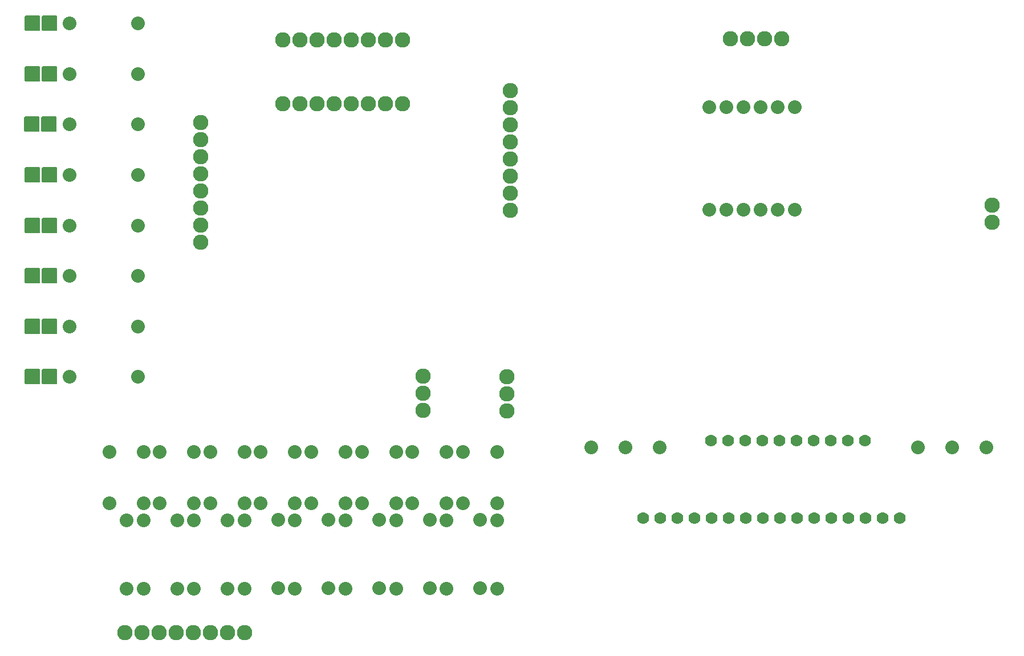
<source format=gbr>
G04 PROTEUS RS274X GERBER FILE*
%FSLAX45Y45*%
%MOMM*%
G01*
%ADD14C,2.032000*%
%AMPPAD010*
4,1,36,
1.016000,-1.143000,
-1.016000,-1.143000,
-1.041970,-1.140470,
-1.065980,-1.133200,
-1.087580,-1.121650,
-1.106290,-1.106290,
-1.121650,-1.087570,
-1.133200,-1.065980,
-1.140470,-1.041970,
-1.143000,-1.016000,
-1.143000,1.016000,
-1.140470,1.041970,
-1.133200,1.065980,
-1.121650,1.087570,
-1.106290,1.106290,
-1.087580,1.121650,
-1.065980,1.133200,
-1.041970,1.140470,
-1.016000,1.143000,
1.016000,1.143000,
1.041970,1.140470,
1.065980,1.133200,
1.087580,1.121650,
1.106290,1.106290,
1.121650,1.087570,
1.133200,1.065980,
1.140470,1.041970,
1.143000,1.016000,
1.143000,-1.016000,
1.140470,-1.041970,
1.133200,-1.065980,
1.121650,-1.087570,
1.106290,-1.106290,
1.087580,-1.121650,
1.065980,-1.133200,
1.041970,-1.140470,
1.016000,-1.143000,
0*%
%ADD70PPAD010*%
%ADD71C,2.286000*%
%ADD12C,1.778000*%
D14*
X+1442000Y+3132000D03*
X+1950000Y+3132000D03*
X+1442000Y+2370000D03*
X+1950000Y+2370000D03*
X+2192000Y+3132000D03*
X+2700000Y+3132000D03*
X+2192000Y+2370000D03*
X+2700000Y+2370000D03*
X+2942000Y+3132000D03*
X+3450000Y+3132000D03*
X+2942000Y+2370000D03*
X+3450000Y+2370000D03*
X+3692000Y+3132000D03*
X+4200000Y+3132000D03*
X+3692000Y+2370000D03*
X+4200000Y+2370000D03*
X+4442000Y+3132000D03*
X+4950000Y+3132000D03*
X+4442000Y+2370000D03*
X+4950000Y+2370000D03*
X+5192000Y+3132000D03*
X+5700000Y+3132000D03*
X+5192000Y+2370000D03*
X+5700000Y+2370000D03*
X+5942000Y+3132000D03*
X+6450000Y+3132000D03*
X+5942000Y+2370000D03*
X+6450000Y+2370000D03*
X+6692000Y+3132000D03*
X+7200000Y+3132000D03*
X+6692000Y+2370000D03*
X+7200000Y+2370000D03*
X+1950000Y+2120000D03*
X+1950000Y+1104000D03*
X+2700000Y+2120000D03*
X+2700000Y+1104000D03*
X+3450000Y+2120000D03*
X+3450000Y+1104000D03*
X+4200000Y+2120000D03*
X+4200000Y+1104000D03*
X+4950000Y+2120000D03*
X+4950000Y+1104000D03*
X+5700000Y+2120000D03*
X+5700000Y+1104000D03*
X+6450000Y+2120000D03*
X+6450000Y+1104000D03*
X+7200000Y+2120000D03*
X+7200000Y+1104000D03*
X+1700000Y+1104000D03*
X+1700000Y+2120000D03*
X+2450000Y+1100000D03*
X+2450000Y+2116000D03*
X+3200000Y+1100000D03*
X+3200000Y+2116000D03*
X+3950000Y+1110000D03*
X+3950000Y+2126000D03*
X+4700000Y+1110000D03*
X+4700000Y+2126000D03*
X+5450000Y+1110000D03*
X+5450000Y+2126000D03*
X+6200000Y+1110000D03*
X+6200000Y+2126000D03*
X+6950000Y+1110000D03*
X+6950000Y+2126000D03*
D70*
X+554000Y+4250000D03*
X+300000Y+4250000D03*
X+554000Y+5000000D03*
X+300000Y+5000000D03*
X+554000Y+5750000D03*
X+300000Y+5750000D03*
X+554000Y+6500000D03*
X+300000Y+6500000D03*
X+554000Y+7250000D03*
X+300000Y+7250000D03*
X+550000Y+8000000D03*
X+296000Y+8000000D03*
X+554000Y+8750000D03*
X+300000Y+8750000D03*
X+554000Y+9500000D03*
X+300000Y+9500000D03*
D71*
X+3450000Y+450000D03*
X+3196000Y+450000D03*
X+2942000Y+450000D03*
X+2688000Y+450000D03*
X+2434000Y+450000D03*
X+2180000Y+450000D03*
X+1926000Y+450000D03*
X+1672000Y+450000D03*
X+5793500Y+9257500D03*
X+5539500Y+9257500D03*
X+5285500Y+9257500D03*
X+5031500Y+9257500D03*
X+4777500Y+9257500D03*
X+4523500Y+9257500D03*
X+4269500Y+9257500D03*
X+4015500Y+9257500D03*
X+5793500Y+8307500D03*
X+5539500Y+8307500D03*
X+5285500Y+8307500D03*
X+5031500Y+8307500D03*
X+4777500Y+8307500D03*
X+4523500Y+8307500D03*
X+4269500Y+8307500D03*
X+4015500Y+8307500D03*
X+2800000Y+6250000D03*
X+2800000Y+6504000D03*
X+2800000Y+6758000D03*
X+2800000Y+7012000D03*
X+2800000Y+7266000D03*
X+2800000Y+7520000D03*
X+2800000Y+7774000D03*
X+2800000Y+8028000D03*
X+6100000Y+3750000D03*
X+6100000Y+4004000D03*
X+6100000Y+4258000D03*
D12*
X+10380000Y+3300000D03*
X+10634000Y+3300000D03*
X+10888000Y+3300000D03*
X+11142000Y+3300000D03*
X+11396000Y+3300000D03*
X+11650000Y+3300000D03*
X+11904000Y+3300000D03*
X+12158000Y+3300000D03*
X+12412000Y+3300000D03*
X+12666000Y+3300000D03*
X+9372000Y+2150000D03*
X+9626000Y+2150000D03*
X+9880000Y+2150000D03*
X+10134000Y+2150000D03*
X+10388000Y+2150000D03*
X+10642000Y+2150000D03*
X+10896000Y+2150000D03*
X+11150000Y+2150000D03*
X+11404000Y+2150000D03*
X+11658000Y+2150000D03*
X+11912000Y+2150000D03*
X+12166000Y+2150000D03*
X+12420000Y+2150000D03*
X+12674000Y+2150000D03*
X+12928000Y+2150000D03*
X+13182000Y+2150000D03*
D71*
X+7399000Y+8503500D03*
X+7399000Y+8249500D03*
X+7399000Y+7995500D03*
X+7399000Y+7741500D03*
X+7399000Y+7487500D03*
X+7399000Y+7233500D03*
X+7399000Y+6979500D03*
X+7399000Y+6725500D03*
X+11430000Y+9271000D03*
X+11176000Y+9271000D03*
X+10922000Y+9271000D03*
X+10668000Y+9271000D03*
X+14550000Y+6804000D03*
X+14550000Y+6550000D03*
D14*
X+850000Y+4250000D03*
X+1866000Y+4250000D03*
X+850000Y+5000000D03*
X+1866000Y+5000000D03*
X+850000Y+5750000D03*
X+1866000Y+5750000D03*
X+850000Y+6500000D03*
X+1866000Y+6500000D03*
X+850000Y+7250000D03*
X+1866000Y+7250000D03*
X+850000Y+8000000D03*
X+1866000Y+8000000D03*
X+850000Y+8750000D03*
X+1866000Y+8750000D03*
X+850000Y+9500000D03*
X+1866000Y+9500000D03*
X+8600000Y+3200000D03*
X+9108000Y+3200000D03*
X+9616000Y+3200000D03*
X+13450000Y+3200000D03*
X+13958000Y+3200000D03*
X+14466000Y+3200000D03*
D71*
X+7350000Y+4254000D03*
X+7350000Y+4000000D03*
X+7350000Y+3746000D03*
D14*
X+10350500Y+6731000D03*
X+10604500Y+6731000D03*
X+10858500Y+6731000D03*
X+11112500Y+6731000D03*
X+11366500Y+6731000D03*
X+11620500Y+6731000D03*
X+11620500Y+8255000D03*
X+11366500Y+8255000D03*
X+11112500Y+8255000D03*
X+10858500Y+8255000D03*
X+10604500Y+8255000D03*
X+10350500Y+8255000D03*
M02*

</source>
